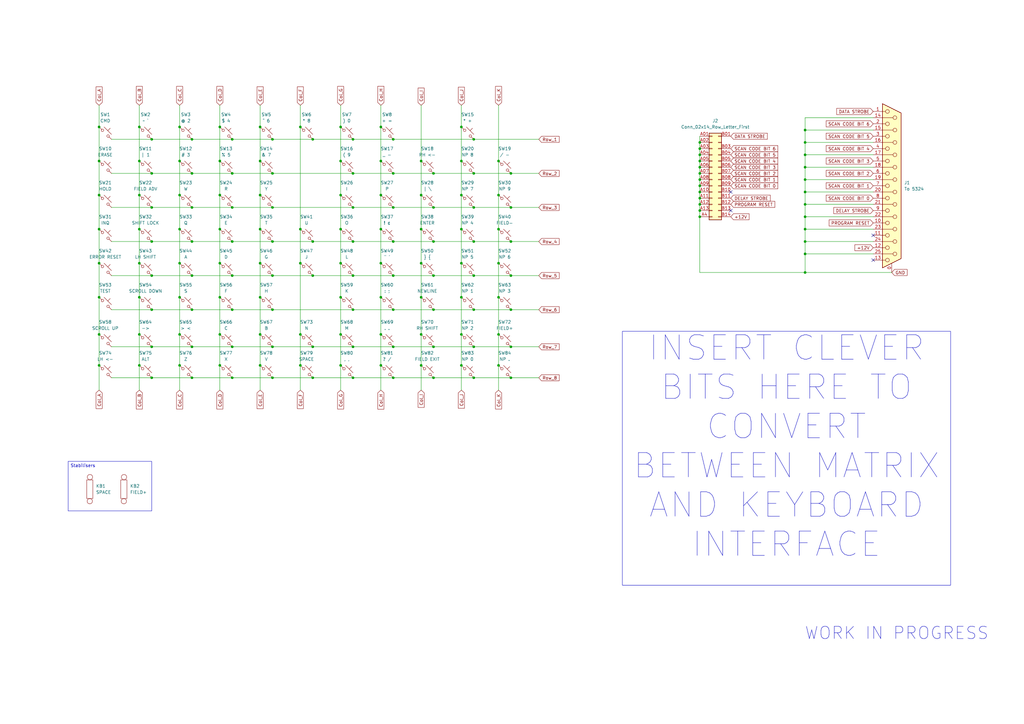
<source format=kicad_sch>
(kicad_sch (version 20250114) (generator "eeschema") (generator_version "9.0")
  (paper "A3")
  (title_block (title "IBM 5324 Keyboard Replacement") (date "26/NOV/2025") (rev "WIP") (company "Brett Hallen") (comment 1 "www.youtube.com/@Brfff"))
  (text "WORK IN PROGRESS" (at 367.792 259.842 0) (effects (font (size 5 5))))
  (text_box "Stabilisers" (at 27.94 189.23 0) (size 34.29 20.32) (margins 0.9525 0.9525 0.9525 0.9525) (effects (font (size 1.27 1.27)) (justify left top)))
  (text_box "INSERT CLEVER BITS HERE TO CONVERT BETWEEN MATRIX AND KEYBOARD INTERFACE" (at 255.27 135.89 0) (size 134.62 104.14) (margins 0.9525 0.9525 0.9525 0.9525) (effects (font (size 10 10)) (justify top)))
  (junction (at 330.2 78.74))
  (junction (at 330.2 99.06))
  (junction (at 209.55 71.12))
  (junction (at 194.31 71.12))
  (junction (at 139.7 80.01))
  (junction (at 73.66 107.95))
  (junction (at 78.74 71.12))
  (junction (at 156.21 107.95))
  (junction (at 194.31 154.94))
  (junction (at 139.7 52.07))
  (junction (at 287.02 88.9))
  (junction (at 123.19 107.95))
  (junction (at 90.17 121.92))
  (junction (at 287.02 78.74))
  (junction (at 189.23 93.98))
  (junction (at 73.66 93.98))
  (junction (at 330.2 88.9))
  (junction (at 78.74 85.09))
  (junction (at 209.55 85.09))
  (junction (at 73.66 149.86))
  (junction (at 287.02 76.2))
  (junction (at 57.15 93.98))
  (junction (at 287.02 86.36))
  (junction (at 95.25 154.94))
  (junction (at 194.31 85.09))
  (junction (at 90.17 80.01))
  (junction (at 330.2 58.42))
  (junction (at 57.15 80.01))
  (junction (at 177.8 154.94))
  (junction (at 204.47 121.92))
  (junction (at 172.72 80.01))
  (junction (at 57.15 52.07))
  (junction (at 172.72 137.16))
  (junction (at 287.02 71.12))
  (junction (at 287.02 63.5))
  (junction (at 73.66 121.92))
  (junction (at 194.31 113.03))
  (junction (at 111.76 99.06))
  (junction (at 95.25 71.12))
  (junction (at 287.02 81.28))
  (junction (at 330.2 83.82))
  (junction (at 161.29 85.09))
  (junction (at 161.29 99.06))
  (junction (at 78.74 113.03))
  (junction (at 73.66 80.01))
  (junction (at 189.23 80.01))
  (junction (at 139.7 149.86))
  (junction (at 177.8 99.06))
  (junction (at 78.74 127))
  (junction (at 204.47 80.01))
  (junction (at 139.7 93.98))
  (junction (at 287.02 68.58))
  (junction (at 106.68 66.04))
  (junction (at 189.23 66.04))
  (junction (at 40.64 52.07))
  (junction (at 161.29 127))
  (junction (at 209.55 99.06))
  (junction (at 123.19 137.16))
  (junction (at 209.55 154.94))
  (junction (at 177.8 71.12))
  (junction (at 128.27 142.24))
  (junction (at 172.72 93.98))
  (junction (at 189.23 137.16))
  (junction (at 330.2 68.58))
  (junction (at 78.74 57.15))
  (junction (at 62.23 154.94))
  (junction (at 172.72 66.04))
  (junction (at 90.17 137.16))
  (junction (at 189.23 52.07))
  (junction (at 177.8 85.09))
  (junction (at 78.74 142.24))
  (junction (at 90.17 107.95))
  (junction (at 62.23 113.03))
  (junction (at 156.21 121.92))
  (junction (at 95.25 57.15))
  (junction (at 161.29 71.12))
  (junction (at 139.7 121.92))
  (junction (at 144.78 71.12))
  (junction (at 62.23 71.12))
  (junction (at 177.8 142.24))
  (junction (at 330.2 93.98))
  (junction (at 106.68 149.86))
  (junction (at 95.25 127))
  (junction (at 111.76 142.24))
  (junction (at 161.29 154.94))
  (junction (at 209.55 142.24))
  (junction (at 111.76 85.09))
  (junction (at 177.8 127))
  (junction (at 161.29 113.03))
  (junction (at 57.15 66.04))
  (junction (at 189.23 149.86))
  (junction (at 189.23 107.95))
  (junction (at 144.78 99.06))
  (junction (at 287.02 60.96))
  (junction (at 172.72 107.95))
  (junction (at 287.02 58.42))
  (junction (at 144.78 142.24))
  (junction (at 287.02 83.82))
  (junction (at 156.21 66.04))
  (junction (at 90.17 149.86))
  (junction (at 139.7 137.16))
  (junction (at 156.21 137.16))
  (junction (at 57.15 137.16))
  (junction (at 161.29 57.15))
  (junction (at 40.64 121.92))
  (junction (at 156.21 93.98))
  (junction (at 62.23 85.09))
  (junction (at 161.29 142.24))
  (junction (at 106.68 121.92))
  (junction (at 330.2 104.14))
  (junction (at 144.78 85.09))
  (junction (at 111.76 113.03))
  (junction (at 78.74 99.06))
  (junction (at 73.66 137.16))
  (junction (at 40.64 137.16))
  (junction (at 106.68 137.16))
  (junction (at 40.64 149.86))
  (junction (at 62.23 142.24))
  (junction (at 73.66 52.07))
  (junction (at 194.31 99.06))
  (junction (at 40.64 107.95))
  (junction (at 189.23 121.92))
  (junction (at 95.25 113.03))
  (junction (at 156.21 80.01))
  (junction (at 123.19 93.98))
  (junction (at 172.72 149.86))
  (junction (at 123.19 52.07))
  (junction (at 194.31 127))
  (junction (at 57.15 107.95))
  (junction (at 57.15 121.92))
  (junction (at 40.64 66.04))
  (junction (at 330.2 111.76))
  (junction (at 204.47 149.86))
  (junction (at 209.55 127))
  (junction (at 144.78 154.94))
  (junction (at 144.78 127))
  (junction (at 144.78 113.03))
  (junction (at 330.2 73.66))
  (junction (at 78.74 154.94))
  (junction (at 111.76 57.15))
  (junction (at 139.7 66.04))
  (junction (at 57.15 149.86))
  (junction (at 128.27 57.15))
  (junction (at 209.55 113.03))
  (junction (at 73.66 66.04))
  (junction (at 156.21 149.86))
  (junction (at 128.27 99.06))
  (junction (at 177.8 113.03))
  (junction (at 95.25 85.09))
  (junction (at 287.02 66.04))
  (junction (at 62.23 127))
  (junction (at 106.68 93.98))
  (junction (at 204.47 66.04))
  (junction (at 111.76 154.94))
  (junction (at 204.47 107.95))
  (junction (at 194.31 57.15))
  (junction (at 62.23 99.06))
  (junction (at 123.19 149.86))
  (junction (at 128.27 154.94))
  (junction (at 172.72 121.92))
  (junction (at 106.68 52.07))
  (junction (at 144.78 57.15))
  (junction (at 204.47 93.98))
  (junction (at 90.17 93.98))
  (junction (at 194.31 142.24))
  (junction (at 156.21 52.07))
  (junction (at 106.68 107.95))
  (junction (at 139.7 107.95))
  (junction (at 128.27 113.03))
  (junction (at 90.17 52.07))
  (junction (at 62.23 57.15))
  (junction (at 111.76 71.12))
  (junction (at 95.25 142.24))
  (junction (at 40.64 93.98))
  (junction (at 95.25 99.06))
  (junction (at 40.64 80.01))
  (junction (at 330.2 53.34))
  (junction (at 204.47 137.16))
  (junction (at 111.76 127))
  (junction (at 106.68 80.01))
  (junction (at 287.02 73.66))
  (junction (at 90.17 66.04))
  (junction (at 330.2 63.5))
  (no_connect (at 299.72 86.36))
  (no_connect (at 299.72 78.74))
  (no_connect (at 358.14 106.68))
  (no_connect (at 358.14 96.52))
  (wire (pts (xy 40.64 66.04) (xy 40.64 80.01)))
  (wire (pts (xy 106.68 66.04) (xy 106.68 80.01)))
  (wire (pts (xy 194.31 142.24) (xy 209.55 142.24)))
  (wire (pts (xy 128.27 154.94) (xy 144.78 154.94)))
  (wire (pts (xy 78.74 85.09) (xy 95.25 85.09)))
  (wire (pts (xy 106.68 137.16) (xy 106.68 149.86)))
  (wire (pts (xy 73.66 107.95) (xy 73.66 121.92)))
  (wire (pts (xy 78.74 127) (xy 95.25 127)))
  (wire (pts (xy 57.15 43.18) (xy 57.15 52.07)))
  (wire (pts (xy 62.23 71.12) (xy 78.74 71.12)))
  (wire (pts (xy 177.8 85.09) (xy 194.31 85.09)))
  (wire (pts (xy 62.23 99.06) (xy 78.74 99.06)))
  (wire (pts (xy 40.64 121.92) (xy 40.64 137.16)))
  (wire (pts (xy 204.47 80.01) (xy 204.47 93.98)))
  (wire (pts (xy 330.2 78.74) (xy 330.2 83.82)))
  (wire (pts (xy 330.2 73.66) (xy 330.2 78.74)))
  (wire (pts (xy 62.23 57.15) (xy 78.74 57.15)))
  (wire (pts (xy 139.7 137.16) (xy 139.7 149.86)))
  (wire (pts (xy 111.76 127) (xy 144.78 127)))
  (wire (pts (xy 40.64 43.18) (xy 40.64 52.07)))
  (wire (pts (xy 78.74 113.03) (xy 95.25 113.03)))
  (wire (pts (xy 161.29 71.12) (xy 177.8 71.12)))
  (wire (pts (xy 287.02 63.5) (xy 287.02 66.04)))
  (wire (pts (xy 330.2 88.9) (xy 358.14 88.9)))
  (wire (pts (xy 287.02 88.9) (xy 287.02 111.76)))
  (wire (pts (xy 287.02 76.2) (xy 287.02 78.74)))
  (wire (pts (xy 40.64 107.95) (xy 40.64 121.92)))
  (wire (pts (xy 73.66 137.16) (xy 73.66 149.86)))
  (wire (pts (xy 139.7 93.98) (xy 139.7 107.95)))
  (wire (pts (xy 330.2 88.9) (xy 330.2 93.98)))
  (wire (pts (xy 73.66 66.04) (xy 73.66 80.01)))
  (wire (pts (xy 194.31 99.06) (xy 209.55 99.06)))
  (wire (pts (xy 204.47 149.86) (xy 204.47 160.02)))
  (wire (pts (xy 139.7 43.18) (xy 139.7 52.07)))
  (wire (pts (xy 62.23 154.94) (xy 78.74 154.94)))
  (wire (pts (xy 95.25 57.15) (xy 111.76 57.15)))
  (wire (pts (xy 161.29 154.94) (xy 177.8 154.94)))
  (wire (pts (xy 330.2 93.98) (xy 330.2 99.06)))
  (wire (pts (xy 358.14 48.26) (xy 330.2 48.26)))
  (wire (pts (xy 156.21 121.92) (xy 156.21 137.16)))
  (wire (pts (xy 287.02 86.36) (xy 287.02 88.9)))
  (wire (pts (xy 156.21 66.04) (xy 156.21 80.01)))
  (wire (pts (xy 172.72 137.16) (xy 172.72 149.86)))
  (wire (pts (xy 172.72 43.18) (xy 172.72 66.04)))
  (wire (pts (xy 40.64 80.01) (xy 40.64 93.98)))
  (wire (pts (xy 330.2 99.06) (xy 358.14 99.06)))
  (wire (pts (xy 73.66 149.86) (xy 73.66 160.02)))
  (wire (pts (xy 111.76 99.06) (xy 128.27 99.06)))
  (wire (pts (xy 177.8 71.12) (xy 194.31 71.12)))
  (wire (pts (xy 189.23 137.16) (xy 189.23 149.86)))
  (wire (pts (xy 330.2 58.42) (xy 330.2 63.5)))
  (wire (pts (xy 144.78 127) (xy 161.29 127)))
  (wire (pts (xy 172.72 107.95) (xy 172.72 121.92)))
  (wire (pts (xy 111.76 85.09) (xy 144.78 85.09)))
  (wire (pts (xy 73.66 43.18) (xy 73.66 52.07)))
  (wire (pts (xy 139.7 149.86) (xy 139.7 160.02)))
  (wire (pts (xy 106.68 149.86) (xy 106.68 160.02)))
  (wire (pts (xy 95.25 154.94) (xy 111.76 154.94)))
  (wire (pts (xy 330.2 48.26) (xy 330.2 53.34)))
  (wire (pts (xy 189.23 66.04) (xy 189.23 80.01)))
  (wire (pts (xy 161.29 127) (xy 177.8 127)))
  (wire (pts (xy 95.25 113.03) (xy 111.76 113.03)))
  (wire (pts (xy 330.2 53.34) (xy 330.2 58.42)))
  (wire (pts (xy 330.2 53.34) (xy 358.14 53.34)))
  (wire (pts (xy 287.02 71.12) (xy 287.02 73.66)))
  (wire (pts (xy 40.64 93.98) (xy 40.64 107.95)))
  (wire (pts (xy 45.72 113.03) (xy 62.23 113.03)))
  (wire (pts (xy 177.8 99.06) (xy 194.31 99.06)))
  (wire (pts (xy 330.2 111.76) (xy 365.76 111.76)))
  (wire (pts (xy 287.02 55.88) (xy 287.02 58.42)))
  (wire (pts (xy 62.23 142.24) (xy 78.74 142.24)))
  (wire (pts (xy 90.17 93.98) (xy 90.17 107.95)))
  (wire (pts (xy 123.19 93.98) (xy 123.19 107.95)))
  (wire (pts (xy 78.74 154.94) (xy 95.25 154.94)))
  (wire (pts (xy 330.2 63.5) (xy 358.14 63.5)))
  (wire (pts (xy 90.17 66.04) (xy 90.17 80.01)))
  (wire (pts (xy 139.7 52.07) (xy 139.7 66.04)))
  (wire (pts (xy 194.31 154.94) (xy 209.55 154.94)))
  (wire (pts (xy 287.02 83.82) (xy 287.02 86.36)))
  (wire (pts (xy 139.7 66.04) (xy 139.7 80.01)))
  (wire (pts (xy 204.47 93.98) (xy 204.47 107.95)))
  (wire (pts (xy 90.17 52.07) (xy 90.17 66.04)))
  (wire (pts (xy 139.7 107.95) (xy 139.7 121.92)))
  (wire (pts (xy 177.8 113.03) (xy 194.31 113.03)))
  (wire (pts (xy 90.17 43.18) (xy 90.17 52.07)))
  (wire (pts (xy 209.55 85.09) (xy 220.98 85.09)))
  (wire (pts (xy 90.17 107.95) (xy 90.17 121.92)))
  (wire (pts (xy 62.23 127) (xy 78.74 127)))
  (wire (pts (xy 45.72 57.15) (xy 62.23 57.15)))
  (wire (pts (xy 106.68 93.98) (xy 106.68 107.95)))
  (wire (pts (xy 57.15 149.86) (xy 57.15 160.02)))
  (wire (pts (xy 45.72 142.24) (xy 62.23 142.24)))
  (wire (pts (xy 62.23 85.09) (xy 78.74 85.09)))
  (wire (pts (xy 95.25 99.06) (xy 111.76 99.06)))
  (wire (pts (xy 177.8 127) (xy 194.31 127)))
  (wire (pts (xy 78.74 71.12) (xy 95.25 71.12)))
  (wire (pts (xy 106.68 107.95) (xy 106.68 121.92)))
  (wire (pts (xy 194.31 127) (xy 209.55 127)))
  (wire (pts (xy 189.23 107.95) (xy 189.23 121.92)))
  (wire (pts (xy 287.02 81.28) (xy 287.02 83.82)))
  (wire (pts (xy 194.31 57.15) (xy 220.98 57.15)))
  (wire (pts (xy 161.29 99.06) (xy 177.8 99.06)))
  (wire (pts (xy 57.15 137.16) (xy 57.15 149.86)))
  (wire (pts (xy 156.21 80.01) (xy 156.21 93.98)))
  (wire (pts (xy 73.66 121.92) (xy 73.66 137.16)))
  (wire (pts (xy 330.2 93.98) (xy 358.14 93.98)))
  (wire (pts (xy 204.47 107.95) (xy 204.47 121.92)))
  (wire (pts (xy 287.02 66.04) (xy 287.02 68.58)))
  (wire (pts (xy 40.64 52.07) (xy 40.64 66.04)))
  (wire (pts (xy 204.47 137.16) (xy 204.47 149.86)))
  (wire (pts (xy 144.78 85.09) (xy 161.29 85.09)))
  (wire (pts (xy 144.78 154.94) (xy 161.29 154.94)))
  (wire (pts (xy 139.7 80.01) (xy 139.7 93.98)))
  (wire (pts (xy 189.23 43.18) (xy 189.23 52.07)))
  (wire (pts (xy 330.2 83.82) (xy 330.2 88.9)))
  (wire (pts (xy 45.72 85.09) (xy 62.23 85.09)))
  (wire (pts (xy 144.78 142.24) (xy 161.29 142.24)))
  (wire (pts (xy 95.25 127) (xy 111.76 127)))
  (wire (pts (xy 95.25 142.24) (xy 111.76 142.24)))
  (wire (pts (xy 209.55 113.03) (xy 220.98 113.03)))
  (wire (pts (xy 123.19 137.16) (xy 123.19 149.86)))
  (wire (pts (xy 57.15 52.07) (xy 57.15 66.04)))
  (wire (pts (xy 57.15 80.01) (xy 57.15 93.98)))
  (wire (pts (xy 57.15 93.98) (xy 57.15 107.95)))
  (wire (pts (xy 144.78 99.06) (xy 161.29 99.06)))
  (wire (pts (xy 111.76 113.03) (xy 128.27 113.03)))
  (wire (pts (xy 161.29 142.24) (xy 177.8 142.24)))
  (wire (pts (xy 172.72 149.86) (xy 172.72 160.02)))
  (wire (pts (xy 111.76 71.12) (xy 144.78 71.12)))
  (wire (pts (xy 330.2 99.06) (xy 330.2 104.14)))
  (wire (pts (xy 194.31 85.09) (xy 209.55 85.09)))
  (wire (pts (xy 287.02 78.74) (xy 287.02 81.28)))
  (wire (pts (xy 330.2 104.14) (xy 330.2 111.76)))
  (wire (pts (xy 78.74 57.15) (xy 95.25 57.15)))
  (wire (pts (xy 128.27 142.24) (xy 144.78 142.24)))
  (wire (pts (xy 287.02 68.58) (xy 287.02 71.12)))
  (wire (pts (xy 330.2 63.5) (xy 330.2 68.58)))
  (wire (pts (xy 156.21 93.98) (xy 156.21 107.95)))
  (wire (pts (xy 204.47 43.18) (xy 204.47 66.04)))
  (wire (pts (xy 45.72 71.12) (xy 62.23 71.12)))
  (wire (pts (xy 209.55 154.94) (xy 220.98 154.94)))
  (wire (pts (xy 111.76 142.24) (xy 128.27 142.24)))
  (wire (pts (xy 209.55 127) (xy 220.98 127)))
  (wire (pts (xy 189.23 149.86) (xy 189.23 160.02)))
  (wire (pts (xy 45.72 154.94) (xy 62.23 154.94)))
  (wire (pts (xy 330.2 104.14) (xy 358.14 104.14)))
  (wire (pts (xy 45.72 99.06) (xy 62.23 99.06)))
  (wire (pts (xy 287.02 58.42) (xy 287.02 60.96)))
  (wire (pts (xy 128.27 99.06) (xy 144.78 99.06)))
  (wire (pts (xy 144.78 113.03) (xy 161.29 113.03)))
  (wire (pts (xy 330.2 73.66) (xy 358.14 73.66)))
  (wire (pts (xy 123.19 52.07) (xy 123.19 93.98)))
  (wire (pts (xy 209.55 71.12) (xy 220.98 71.12)))
  (wire (pts (xy 139.7 121.92) (xy 139.7 137.16)))
  (wire (pts (xy 90.17 80.01) (xy 90.17 93.98)))
  (wire (pts (xy 156.21 107.95) (xy 156.21 121.92)))
  (wire (pts (xy 161.29 57.15) (xy 194.31 57.15)))
  (wire (pts (xy 73.66 93.98) (xy 73.66 107.95)))
  (wire (pts (xy 161.29 85.09) (xy 177.8 85.09)))
  (wire (pts (xy 57.15 121.92) (xy 57.15 137.16)))
  (wire (pts (xy 128.27 113.03) (xy 144.78 113.03)))
  (wire (pts (xy 156.21 43.18) (xy 156.21 52.07)))
  (wire (pts (xy 111.76 57.15) (xy 128.27 57.15)))
  (wire (pts (xy 189.23 121.92) (xy 189.23 137.16)))
  (wire (pts (xy 194.31 71.12) (xy 209.55 71.12)))
  (wire (pts (xy 156.21 149.86) (xy 156.21 160.02)))
  (wire (pts (xy 62.23 113.03) (xy 78.74 113.03)))
  (wire (pts (xy 189.23 80.01) (xy 189.23 93.98)))
  (wire (pts (xy 172.72 121.92) (xy 172.72 137.16)))
  (wire (pts (xy 189.23 93.98) (xy 189.23 107.95)))
  (wire (pts (xy 204.47 66.04) (xy 204.47 80.01)))
  (wire (pts (xy 144.78 57.15) (xy 161.29 57.15)))
  (wire (pts (xy 78.74 99.06) (xy 95.25 99.06)))
  (wire (pts (xy 172.72 66.04) (xy 172.72 80.01)))
  (wire (pts (xy 189.23 52.07) (xy 189.23 66.04)))
  (wire (pts (xy 172.72 93.98) (xy 172.72 107.95)))
  (wire (pts (xy 45.72 127) (xy 62.23 127)))
  (wire (pts (xy 57.15 107.95) (xy 57.15 121.92)))
  (wire (pts (xy 123.19 149.86) (xy 123.19 160.02)))
  (wire (pts (xy 287.02 111.76) (xy 330.2 111.76)))
  (wire (pts (xy 209.55 99.06) (xy 220.98 99.06)))
  (wire (pts (xy 287.02 60.96) (xy 287.02 63.5)))
  (wire (pts (xy 95.25 85.09) (xy 111.76 85.09)))
  (wire (pts (xy 177.8 154.94) (xy 194.31 154.94)))
  (wire (pts (xy 330.2 68.58) (xy 358.14 68.58)))
  (wire (pts (xy 172.72 80.01) (xy 172.72 93.98)))
  (wire (pts (xy 73.66 80.01) (xy 73.66 93.98)))
  (wire (pts (xy 90.17 149.86) (xy 90.17 160.02)))
  (wire (pts (xy 57.15 66.04) (xy 57.15 80.01)))
  (wire (pts (xy 144.78 71.12) (xy 161.29 71.12)))
  (wire (pts (xy 161.29 113.03) (xy 177.8 113.03)))
  (wire (pts (xy 40.64 137.16) (xy 40.64 149.86)))
  (wire (pts (xy 78.74 142.24) (xy 95.25 142.24)))
  (wire (pts (xy 106.68 43.18) (xy 106.68 52.07)))
  (wire (pts (xy 123.19 43.18) (xy 123.19 52.07)))
  (wire (pts (xy 90.17 137.16) (xy 90.17 149.86)))
  (wire (pts (xy 209.55 142.24) (xy 220.98 142.24)))
  (wire (pts (xy 40.64 149.86) (xy 40.64 160.02)))
  (wire (pts (xy 111.76 154.94) (xy 128.27 154.94)))
  (wire (pts (xy 194.31 113.03) (xy 209.55 113.03)))
  (wire (pts (xy 90.17 121.92) (xy 90.17 137.16)))
  (wire (pts (xy 156.21 137.16) (xy 156.21 149.86)))
  (wire (pts (xy 128.27 57.15) (xy 144.78 57.15)))
  (wire (pts (xy 73.66 52.07) (xy 73.66 66.04)))
  (wire (pts (xy 106.68 80.01) (xy 106.68 93.98)))
  (wire (pts (xy 330.2 58.42) (xy 358.14 58.42)))
  (wire (pts (xy 106.68 121.92) (xy 106.68 137.16)))
  (wire (pts (xy 156.21 52.07) (xy 156.21 66.04)))
  (wire (pts (xy 95.25 71.12) (xy 111.76 71.12)))
  (wire (pts (xy 330.2 78.74) (xy 358.14 78.74)))
  (wire (pts (xy 106.68 52.07) (xy 106.68 66.04)))
  (wire (pts (xy 177.8 142.24) (xy 194.31 142.24)))
  (wire (pts (xy 204.47 121.92) (xy 204.47 137.16)))
  (wire (pts (xy 330.2 83.82) (xy 358.14 83.82)))
  (wire (pts (xy 287.02 73.66) (xy 287.02 76.2)))
  (wire (pts (xy 330.2 68.58) (xy 330.2 73.66)))
  (wire (pts (xy 123.19 107.95) (xy 123.19 137.16)))
  (global_label "Col_A" (shape input) (at 40.64 43.18 90) (property "Intersheetrefs" "${INTERSHEET_REFS}" (effects (hide yes))))
  (global_label "Col_H" (shape input) (at 156.21 160.02 270) (property "Intersheetrefs" "${INTERSHEET_REFS}" (effects (hide yes))))
  (global_label "Col_B" (shape input) (at 57.15 43.18 90) (property "Intersheetrefs" "${INTERSHEET_REFS}" (effects (hide yes))))
  (global_label "Col_F" (shape input) (at 123.19 43.18 90) (property "Intersheetrefs" "${INTERSHEET_REFS}" (effects (hide yes))))
  (global_label "SCAN CODE BIT 0" (shape input) (at 299.72 76.2 0) (property "Intersheetrefs" "${INTERSHEET_REFS}" (effects (hide yes))))
  (global_label "SCAN CODE BIT 4" (shape input) (at 358.14 60.96 180) (property "Intersheetrefs" "${INTERSHEET_REFS}" (effects (hide yes))))
  (global_label "SCAN CODE BIT 6" (shape input) (at 358.14 50.8 180) (property "Intersheetrefs" "${INTERSHEET_REFS}" (effects (hide yes))))
  (global_label "+12V" (shape input) (at 358.14 101.6 180) (property "Intersheetrefs" "${INTERSHEET_REFS}" (effects (hide yes))))
  (global_label "Col_I" (shape input) (at 172.72 43.18 90) (property "Intersheetrefs" "${INTERSHEET_REFS}" (effects (hide yes))))
  (global_label "Col_A" (shape input) (at 40.64 160.02 270) (property "Intersheetrefs" "${INTERSHEET_REFS}" (effects (hide yes))))
  (global_label "Col_B" (shape input) (at 57.15 160.02 270) (property "Intersheetrefs" "${INTERSHEET_REFS}" (effects (hide yes))))
  (global_label "SCAN CODE BIT 4" (shape input) (at 299.72 66.04 0) (property "Intersheetrefs" "${INTERSHEET_REFS}" (effects (hide yes))))
  (global_label "SCAN CODE BIT 6" (shape input) (at 299.72 60.96 0) (property "Intersheetrefs" "${INTERSHEET_REFS}" (effects (hide yes))))
  (global_label "Col_K" (shape input) (at 204.47 43.18 90) (property "Intersheetrefs" "${INTERSHEET_REFS}" (effects (hide yes))))
  (global_label "Row_5" (shape input) (at 220.98 113.03 0) (property "Intersheetrefs" "${INTERSHEET_REFS}" (effects (hide yes))))
  (global_label "DATA STROBE" (shape input) (at 299.72 55.88 0) (property "Intersheetrefs" "${INTERSHEET_REFS}" (effects (hide yes))))
  (global_label "DELAY STROBE" (shape input) (at 358.14 86.36 180) (property "Intersheetrefs" "${INTERSHEET_REFS}" (effects (hide yes))))
  (global_label "Row_3" (shape input) (at 220.98 85.09 0) (property "Intersheetrefs" "${INTERSHEET_REFS}" (effects (hide yes))))
  (global_label "Col_D" (shape input) (at 90.17 160.02 270) (property "Intersheetrefs" "${INTERSHEET_REFS}" (effects (hide yes))))
  (global_label "PROGRAM RESET" (shape input) (at 358.14 91.44 180) (property "Intersheetrefs" "${INTERSHEET_REFS}" (effects (hide yes))))
  (global_label "GND" (shape input) (at 365.76 111.76 0) (property "Intersheetrefs" "${INTERSHEET_REFS}" (effects (hide yes))))
  (global_label "Col_C" (shape input) (at 73.66 43.18 90) (property "Intersheetrefs" "${INTERSHEET_REFS}" (effects (hide yes))))
  (global_label "SCAN CODE BIT 1" (shape input) (at 358.14 76.2 180) (property "Intersheetrefs" "${INTERSHEET_REFS}" (effects (hide yes))))
  (global_label "SCAN CODE BIT 5" (shape input) (at 358.14 55.88 180) (property "Intersheetrefs" "${INTERSHEET_REFS}" (effects (hide yes))))
  (global_label "SCAN CODE BIT 2" (shape input) (at 299.72 71.12 0) (property "Intersheetrefs" "${INTERSHEET_REFS}" (effects (hide yes))))
  (global_label "+12V" (shape input) (at 299.72 88.9 0) (property "Intersheetrefs" "${INTERSHEET_REFS}" (effects (hide yes))))
  (global_label "Row_6" (shape input) (at 220.98 127 0) (property "Intersheetrefs" "${INTERSHEET_REFS}" (effects (hide yes))))
  (global_label "SCAN CODE BIT 2" (shape input) (at 358.14 71.12 180) (property "Intersheetrefs" "${INTERSHEET_REFS}" (effects (hide yes))))
  (global_label "SCAN CODE BIT 5" (shape input) (at 299.72 63.5 0) (property "Intersheetrefs" "${INTERSHEET_REFS}" (effects (hide yes))))
  (global_label "SCAN CODE BIT 3" (shape input) (at 358.14 66.04 180) (property "Intersheetrefs" "${INTERSHEET_REFS}" (effects (hide yes))))
  (global_label "Col_J" (shape input) (at 189.23 160.02 270) (property "Intersheetrefs" "${INTERSHEET_REFS}" (effects (hide yes))))
  (global_label "Row_2" (shape input) (at 220.98 71.12 0) (property "Intersheetrefs" "${INTERSHEET_REFS}" (effects (hide yes))))
  (global_label "Col_F" (shape input) (at 123.19 160.02 270) (property "Intersheetrefs" "${INTERSHEET_REFS}" (effects (hide yes))))
  (global_label "SCAN CODE BIT 0" (shape input) (at 358.14 81.28 180) (property "Intersheetrefs" "${INTERSHEET_REFS}" (effects (hide yes))))
  (global_label "DELAY STROBE" (shape input) (at 299.72 81.28 0) (property "Intersheetrefs" "${INTERSHEET_REFS}" (effects (hide yes))))
  (global_label "Row_7" (shape input) (at 220.98 142.24 0) (property "Intersheetrefs" "${INTERSHEET_REFS}" (effects (hide yes))))
  (global_label "SCAN CODE BIT 1" (shape input) (at 299.72 73.66 0) (property "Intersheetrefs" "${INTERSHEET_REFS}" (effects (hide yes))))
  (global_label "Col_E" (shape input) (at 106.68 160.02 270) (property "Intersheetrefs" "${INTERSHEET_REFS}" (effects (hide yes))))
  (global_label "Col_D" (shape input) (at 90.17 43.18 90) (property "Intersheetrefs" "${INTERSHEET_REFS}" (effects (hide yes))))
  (global_label "Row_4" (shape input) (at 220.98 99.06 0) (property "Intersheetrefs" "${INTERSHEET_REFS}" (effects (hide yes))))
  (global_label "Col_E" (shape input) (at 106.68 43.18 90) (property "Intersheetrefs" "${INTERSHEET_REFS}" (effects (hide yes))))
  (global_label "Col_G" (shape input) (at 139.7 43.18 90) (property "Intersheetrefs" "${INTERSHEET_REFS}" (effects (hide yes))))
  (global_label "Row_1" (shape input) (at 220.98 57.15 0) (property "Intersheetrefs" "${INTERSHEET_REFS}" (effects (hide yes))))
  (global_label "Col_J" (shape input) (at 189.23 43.18 90) (property "Intersheetrefs" "${INTERSHEET_REFS}" (effects (hide yes))))
  (global_label "SCAN CODE BIT 3" (shape input) (at 299.72 68.58 0) (property "Intersheetrefs" "${INTERSHEET_REFS}" (effects (hide yes))))
  (global_label "Col_I" (shape input) (at 172.72 160.02 270) (property "Intersheetrefs" "${INTERSHEET_REFS}" (effects (hide yes))))
  (global_label "Col_G" (shape input) (at 139.7 160.02 270) (property "Intersheetrefs" "${INTERSHEET_REFS}" (effects (hide yes))))
  (global_label "Row_8" (shape input) (at 220.98 154.94 0) (property "Intersheetrefs" "${INTERSHEET_REFS}" (effects (hide yes))))
  (global_label "PROGRAM RESET" (shape input) (at 299.72 83.82 0) (property "Intersheetrefs" "${INTERSHEET_REFS}" (effects (hide yes))))
  (global_label "Col_K" (shape input) (at 204.47 160.02 270) (property "Intersheetrefs" "${INTERSHEET_REFS}" (effects (hide yes))))
  (global_label "DATA STROBE" (shape input) (at 358.14 45.72 180) (property "Intersheetrefs" "${INTERSHEET_REFS}" (effects (hide yes))))
  (global_label "Col_H" (shape input) (at 156.21 43.18 90) (property "Intersheetrefs" "${INTERSHEET_REFS}" (effects (hide yes))))
  (global_label "Col_C" (shape input) (at 73.66 160.02 270) (property "Intersheetrefs" "${INTERSHEET_REFS}" (effects (hide yes))))
  (symbol (lib_id "Switch:SW_Push_45deg") (at 92.71 124.46 0) (unit 1)
    (property "Reference" "SW56" (at 92.71 116.84 0))
    (property "Value" "F" (at 92.71 119.38 0))
    (property "Footprint" "PCM_Switch_Keyboard_Cherry_MX:SW_Cherry_MX_PCB" (effects (hide yes)))
    (property "Description" "Push button switch, normally open, two pins, 45° tilted" (effects (hide yes)))
  )
  (symbol (lib_id "Switch:SW_Push_45deg") (at 59.69 68.58 0) (unit 1)
    (property "Reference" "SW11" (at 59.69 60.96 0))
    (property "Value" "| 1" (at 59.69 63.5 0))
    (property "Footprint" "PCM_Switch_Keyboard_Cherry_MX:SW_Cherry_MX_PCB" (effects (hide yes)))
    (property "Description" "Push button switch, normally open, two pins, 45° tilted" (effects (hide yes)))
  )
  (symbol (lib_id "Switch:SW_Push_45deg") (at 191.77 54.61 0) (unit 1)
    (property "Reference" "SW15" (at 191.77 46.99 0))
    (property "Value" "* +" (at 191.77 49.53 0))
    (property "Footprint" "PCM_Switch_Keyboard_Cherry_MX:SW_Cherry_MX_PCB_1.75u" (effects (hide yes)))
    (property "Description" "Push button switch, normally open, two pins, 45° tilted" (effects (hide yes)))
  )
  (symbol (lib_id "Switch:SW_Push_45deg") (at 207.01 152.4 0) (unit 1)
    (property "Reference" "SW84" (at 207.01 144.78 0))
    (property "Value" "NP ." (at 207.01 147.32 0))
    (property "Footprint" "PCM_Switch_Keyboard_Cherry_MX:SW_Cherry_MX_PCB_2.00u" (effects (hide yes)))
    (property "Description" "Push button switch, normally open, two pins, 45° tilted" (effects (hide yes)))
  )
  (symbol (lib_id "Switch:SW_Push_45deg") (at 43.18 110.49 0) (unit 1)
    (property "Reference" "SW42" (at 43.18 102.87 0))
    (property "Value" "ERROR RESET" (at 43.18 105.41 0))
    (property "Footprint" "PCM_Switch_Keyboard_Cherry_MX:SW_Cherry_MX_PCB" (effects (hide yes)))
    (property "Description" "Push button switch, normally open, two pins, 45° tilted" (effects (hide yes)))
  )
  (symbol (lib_id "Switch:SW_Push_45deg") (at 59.69 124.46 0) (unit 1)
    (property "Reference" "SW54" (at 59.69 116.84 0))
    (property "Value" "SCROLL DOWN" (at 59.69 119.38 0))
    (property "Footprint" "PCM_Switch_Keyboard_Cherry_MX:SW_Cherry_MX_PCB" (effects (hide yes)))
    (property "Description" "Push button switch, normally open, two pins, 45° tilted" (effects (hide yes)))
  )
  (symbol (lib_id "Switch:SW_Push_45deg") (at 191.77 152.4 0) (unit 1)
    (property "Reference" "SW83" (at 191.77 144.78 0))
    (property "Value" "NP 0" (at 191.77 147.32 0))
    (property "Footprint" "PCM_Switch_Keyboard_Cherry_MX:SW_Cherry_MX_PCB_2.00u" (effects (hide yes)))
    (property "Description" "Push button switch, normally open, two pins, 45° tilted" (effects (hide yes)))
  )
  (symbol (lib_id "Switch:SW_Push_45deg") (at 158.75 152.4 0) (unit 1)
    (property "Reference" "SW81" (at 158.75 144.78 0))
    (property "Value" "? /" (at 158.75 147.32 0))
    (property "Footprint" "PCM_Switch_Keyboard_Cherry_MX:SW_Cherry_MX_PCB" (effects (hide yes)))
    (property "Description" "Push button switch, normally open, two pins, 45° tilted" (effects (hide yes)))
  )
  (symbol (lib_id "Switch:SW_Push_45deg") (at 125.73 54.61 0) (unit 1)
    (property "Reference" "SW6" (at 125.73 46.99 0))
    (property "Value" "* 8" (at 125.73 49.53 0))
    (property "Footprint" "PCM_Switch_Keyboard_Cherry_MX:SW_Cherry_MX_PCB" (effects (hide yes)))
    (property "Description" "Push button switch, normally open, two pins, 45° tilted" (effects (hide yes)))
  )
  (symbol (lib_id "Switch:SW_Push_45deg") (at 92.71 82.55 0) (unit 1)
    (property "Reference" "SW24" (at 92.71 74.93 0))
    (property "Value" "R" (at 92.71 77.47 0))
    (property "Footprint" "PCM_Switch_Keyboard_Cherry_MX:SW_Cherry_MX_PCB" (effects (hide yes)))
    (property "Description" "Push button switch, normally open, two pins, 45° tilted" (effects (hide yes)))
  )
  (symbol (lib_id "Switch:SW_Push_45deg") (at 207.01 139.7 0) (unit 1)
    (property "Reference" "SW72" (at 207.01 132.08 0))
    (property "Value" "FIELD+" (at 207.01 134.62 0))
    (property "Footprint" "PCM_Switch_Keyboard_Cherry_MX:SW_Cherry_MX_PCB_3.00u_90deg" (effects (hide yes)))
    (property "Description" "Push button switch, normally open, two pins, 45° tilted" (effects (hide yes)))
  )
  (symbol (lib_id "Switch:SW_Push_45deg") (at 109.22 152.4 0) (unit 1)
    (property "Reference" "SW78" (at 109.22 144.78 0))
    (property "Value" "V" (at 109.22 147.32 0))
    (property "Footprint" "PCM_Switch_Keyboard_Cherry_MX:SW_Cherry_MX_PCB" (effects (hide yes)))
    (property "Description" "Push button switch, normally open, two pins, 45° tilted" (effects (hide yes)))
  )
  (symbol (lib_id "Clueless_Engineer:Stabiliser") (at 52.07 199.39 0) (unit 1)
    (property "Reference" "KB2" (at 53.34 199.3543 0) (effects (justify left)))
    (property "Value" "FIELD+" (at 53.34 201.8943 0) (effects (justify left)))
    (property "Footprint" "PCM_Mounting_Keyboard_Stabilizer:Stabilizer_Cherry_MX_3.00u" (effects (hide yes)))
  )
  (symbol (lib_id "Switch:SW_Push_45deg") (at 59.69 82.55 0) (unit 1)
    (property "Reference" "SW22" (at 59.69 74.93 0))
    (property "Value" "FIELD ADV" (at 59.69 77.47 0))
    (property "Footprint" "PCM_Switch_Keyboard_Cherry_MX:SW_Cherry_MX_PCB_1.50u" (effects (hide yes)))
    (property "Description" "Push button switch, normally open, two pins, 45° tilted" (effects (hide yes)))
  )
  (symbol (lib_id "Switch:SW_Push_45deg") (at 207.01 110.49 0) (unit 1)
    (property "Reference" "SW52" (at 207.01 102.87 0))
    (property "Value" "NP 6" (at 207.01 105.41 0))
    (property "Footprint" "PCM_Switch_Keyboard_Cherry_MX:SW_Cherry_MX_PCB" (effects (hide yes)))
    (property "Description" "Push button switch, normally open, two pins, 45° tilted" (effects (hide yes)))
  )
  (symbol (lib_id "Switch:SW_Push_45deg") (at 59.69 96.52 0) (unit 1)
    (property "Reference" "SW32" (at 59.69 88.9 0))
    (property "Value" "SHIFT LOCK" (at 59.69 91.44 0))
    (property "Footprint" "PCM_Switch_Keyboard_Cherry_MX:SW_Cherry_MX_PCB_1.75u" (effects (hide yes)))
    (property "Description" "Push button switch, normally open, two pins, 45° tilted" (effects (hide yes)))
  )
  (symbol (lib_id "Switch:SW_Push_45deg") (at 92.71 152.4 0) (unit 1)
    (property "Reference" "SW77" (at 92.71 144.78 0))
    (property "Value" "X" (at 92.71 147.32 0))
    (property "Footprint" "PCM_Switch_Keyboard_Cherry_MX:SW_Cherry_MX_PCB" (effects (hide yes)))
    (property "Description" "Push button switch, normally open, two pins, 45° tilted" (effects (hide yes)))
  )
  (symbol (lib_id "Switch:SW_Push_45deg") (at 191.77 110.49 0) (unit 1)
    (property "Reference" "SW51" (at 191.77 102.87 0))
    (property "Value" "NP 5" (at 191.77 105.41 0))
    (property "Footprint" "PCM_Switch_Keyboard_Cherry_MX:SW_Cherry_MX_PCB" (effects (hide yes)))
    (property "Description" "Push button switch, normally open, two pins, 45° tilted" (effects (hide yes)))
  )
  (symbol (lib_id "Switch:SW_Push_45deg") (at 142.24 110.49 0) (unit 1)
    (property "Reference" "SW48" (at 142.24 102.87 0))
    (property "Value" "L" (at 142.24 105.41 0))
    (property "Footprint" "PCM_Switch_Keyboard_Cherry_MX:SW_Cherry_MX_PCB" (effects (hide yes)))
    (property "Description" "Push button switch, normally open, two pins, 45° tilted" (effects (hide yes)))
  )
  (symbol (lib_id "Switch:SW_Push_45deg") (at 76.2 152.4 0) (unit 1)
    (property "Reference" "SW76" (at 76.2 144.78 0))
    (property "Value" "Z" (at 76.2 147.32 0))
    (property "Footprint" "PCM_Switch_Keyboard_Cherry_MX:SW_Cherry_MX_PCB" (effects (hide yes)))
    (property "Description" "Push button switch, normally open, two pins, 45° tilted" (effects (hide yes)))
  )
  (symbol (lib_id "Switch:SW_Push_45deg") (at 175.26 139.7 0) (unit 1)
    (property "Reference" "SW70" (at 175.26 132.08 0))
    (property "Value" "RH SHIFT" (at 175.26 134.62 0))
    (property "Footprint" "PCM_Switch_Keyboard_Cherry_MX:SW_Cherry_MX_PCB_1.50u" (effects (hide yes)))
    (property "Description" "Push button switch, normally open, two pins, 45° tilted" (effects (hide yes)))
  )
  (symbol (lib_id "Switch:SW_Push_45deg") (at 207.01 82.55 0) (unit 1)
    (property "Reference" "SW30" (at 207.01 74.93 0))
    (property "Value" "NP 9" (at 207.01 77.47 0))
    (property "Footprint" "PCM_Switch_Keyboard_Cherry_MX:SW_Cherry_MX_PCB" (effects (hide yes)))
    (property "Description" "Push button switch, normally open, two pins, 45° tilted" (effects (hide yes)))
  )
  (symbol (lib_id "Switch:SW_Push_45deg") (at 175.26 96.52 0) (unit 1)
    (property "Reference" "SW38" (at 175.26 88.9 0))
    (property "Value" "ENTER" (at 175.26 91.44 0))
    (property "Footprint" "PCM_Switch_Keyboard_Cherry_MX:SW_Cherry_MX_PCB_2.00u_90deg" (effects (hide yes)))
    (property "Description" "Push button switch, normally open, two pins, 45° tilted" (effects (hide yes)))
  )
  (symbol (lib_id "Switch:SW_Push_45deg") (at 125.73 96.52 0) (unit 1)
    (property "Reference" "SW41" (at 125.73 88.9 0))
    (property "Value" "U" (at 125.73 91.44 0))
    (property "Footprint" "PCM_Switch_Keyboard_Cherry_MX:SW_Cherry_MX_PCB" (effects (hide yes)))
    (property "Description" "Push button switch, normally open, two pins, 45° tilted" (effects (hide yes)))
  )
  (symbol (lib_id "Switch:SW_Push_45deg") (at 59.69 152.4 0) (unit 1)
    (property "Reference" "SW75" (at 59.69 144.78 0))
    (property "Value" "ALT" (at 59.69 147.32 0))
    (property "Footprint" "PCM_Switch_Keyboard_Cherry_MX:SW_Cherry_MX_PCB_2.25u" (effects (hide yes)))
    (property "Description" "Push button switch, normally open, two pins, 45° tilted" (effects (hide yes)))
  )
  (symbol (lib_id "Switch:SW_Push_45deg") (at 92.71 68.58 0) (unit 1)
    (property "Reference" "SW13" (at 92.71 60.96 0))
    (property "Value" "% 5" (at 92.71 63.5 0))
    (property "Footprint" "PCM_Switch_Keyboard_Cherry_MX:SW_Cherry_MX_PCB" (effects (hide yes)))
    (property "Description" "Push button switch, normally open, two pins, 45° tilted" (effects (hide yes)))
  )
  (symbol (lib_id "Switch:SW_Push_45deg") (at 125.73 139.7 0) (unit 1)
    (property "Reference" "SW73" (at 125.73 132.08 0))
    (property "Value" "N" (at 125.73 134.62 0))
    (property "Footprint" "PCM_Switch_Keyboard_Cherry_MX:SW_Cherry_MX_PCB" (effects (hide yes)))
    (property "Description" "Push button switch, normally open, two pins, 45° tilted" (effects (hide yes)))
  )
  (symbol (lib_id "Connector_Generic:Conn_02x14_Row_Letter_First") (at 292.1 71.12 0) (unit 1)
    (property "Reference" "J2" (at 293.37 49.53 0))
    (property "Value" "Conn_02x14_Row_Letter_First" (at 293.37 52.07 0))
    (property "Footprint" "Connector_PinHeader_2.54mm:PinHeader_2x14_P2.54mm_Vertical" (effects (hide yes)))
    (property "Description" "Generic connector, double row, 02x14, row letter first pin numbering scheme (pin number consists of a letter for the row and a number for the pin index in this row. a1, ..., aN; b1, ..., bN), script generated (kicad-library-utils/schlib/autogen/connector/)" (effects (hide yes)))
  )
  (symbol (lib_id "Switch:SW_Push_45deg") (at 158.75 82.55 0) (unit 1)
    (property "Reference" "SW27" (at 158.75 74.93 0))
    (property "Value" "P" (at 158.75 77.47 0))
    (property "Footprint" "PCM_Switch_Keyboard_Cherry_MX:SW_Cherry_MX_PCB" (effects (hide yes)))
    (property "Description" "Push button switch, normally open, two pins, 45° tilted" (effects (hide yes)))
  )
  (symbol (lib_id "Switch:SW_Push_45deg") (at 158.75 110.49 0) (unit 1)
    (property "Reference" "SW49" (at 158.75 102.87 0))
    (property "Value" "\" '" (at 158.75 105.41 0))
    (property "Footprint" "PCM_Switch_Keyboard_Cherry_MX:SW_Cherry_MX_PCB" (effects (hide yes)))
    (property "Description" "Push button switch, normally open, two pins, 45° tilted" (effects (hide yes)))
  )
  (symbol (lib_id "Switch:SW_Push_45deg") (at 59.69 54.61 0) (unit 1)
    (property "Reference" "SW2" (at 59.69 46.99 0))
    (property "Value" "~ `" (at 59.69 49.53 0))
    (property "Footprint" "PCM_Switch_Keyboard_Cherry_MX:SW_Cherry_MX_PCB" (effects (hide yes)))
    (property "Description" "Push button switch, normally open, two pins, 45° tilted" (effects (hide yes)))
  )
  (symbol (lib_id "Switch:SW_Push_45deg") (at 175.26 124.46 0) (unit 1)
    (property "Reference" "SW61" (at 175.26 116.84 0))
    (property "Value" "NEWLINE" (at 175.26 119.38 0))
    (property "Footprint" "PCM_Switch_Keyboard_Cherry_MX:SW_Cherry_MX_PCB" (effects (hide yes)))
    (property "Description" "Push button switch, normally open, two pins, 45° tilted" (effects (hide yes)))
  )
  (symbol (lib_id "Switch:SW_Push_45deg") (at 109.22 68.58 0) (unit 1)
    (property "Reference" "SW14" (at 109.22 60.96 0))
    (property "Value" "& 7" (at 109.22 63.5 0))
    (property "Footprint" "PCM_Switch_Keyboard_Cherry_MX:SW_Cherry_MX_PCB" (effects (hide yes)))
    (property "Description" "Push button switch, normally open, two pins, 45° tilted" (effects (hide yes)))
  )
  (symbol (lib_id "Switch:SW_Push_45deg") (at 109.22 96.52 0) (unit 1)
    (property "Reference" "SW35" (at 109.22 88.9 0))
    (property "Value" "T" (at 109.22 91.44 0))
    (property "Footprint" "PCM_Switch_Keyboard_Cherry_MX:SW_Cherry_MX_PCB" (effects (hide yes)))
    (property "Description" "Push button switch, normally open, two pins, 45° tilted" (effects (hide yes)))
  )
  (symbol (lib_id "Switch:SW_Push_45deg") (at 76.2 54.61 0) (unit 1)
    (property "Reference" "SW3" (at 76.2 46.99 0))
    (property "Value" "@ 2" (at 76.2 49.53 0))
    (property "Footprint" "PCM_Switch_Keyboard_Cherry_MX:SW_Cherry_MX_PCB" (effects (hide yes)))
    (property "Description" "Push button switch, normally open, two pins, 45° tilted" (effects (hide yes)))
  )
  (symbol (lib_id "Switch:SW_Push_45deg") (at 142.24 96.52 0) (unit 1)
    (property "Reference" "SW36" (at 142.24 88.9 0))
    (property "Value" "O" (at 142.24 91.44 0))
    (property "Footprint" "PCM_Switch_Keyboard_Cherry_MX:SW_Cherry_MX_PCB" (effects (hide yes)))
    (property "Description" "Push button switch, normally open, two pins, 45° tilted" (effects (hide yes)))
  )
  (symbol (lib_id "Switch:SW_Push_45deg") (at 43.18 152.4 0) (unit 1)
    (property "Reference" "SW74" (at 43.18 144.78 0))
    (property "Value" "LH <-" (at 43.18 147.32 0))
    (property "Footprint" "PCM_Switch_Keyboard_Cherry_MX:SW_Cherry_MX_PCB" (effects (hide yes)))
    (property "Description" "Push button switch, normally open, two pins, 45° tilted" (effects (hide yes)))
  )
  (symbol (lib_id "Switch:SW_Push_45deg") (at 175.26 152.4 0) (unit 1)
    (property "Reference" "SW82" (at 175.26 144.78 0))
    (property "Value" "FIELD EXIT" (at 175.26 147.32 0))
    (property "Footprint" "PCM_Switch_Keyboard_Cherry_MX:SW_Cherry_MX_PCB_2.00u" (effects (hide yes)))
    (property "Description" "Push button switch, normally open, two pins, 45° tilted" (effects (hide yes)))
  )
  (symbol (lib_id "Connector:DB25_Socket_MountingHoles") (at 365.76 76.2 0) (unit 1)
    (property "Reference" "J1" (at 370.84 74.9299 0) (effects (justify left)))
    (property "Value" "To 5324" (at 370.84 77.4699 0) (effects (justify left)))
    (property "Footprint" "Clueless_Engineer:L77SDB25SA4CH4F" (effects (hide yes)))
    (property "Description" "25-pin D-SUB connector, socket (female), Mounting Hole" (effects (hide yes)))
  )
  (symbol (lib_id "Switch:SW_Push_45deg") (at 175.26 82.55 0) (unit 1)
    (property "Reference" "SW28" (at 175.26 74.93 0))
    (property "Value" "| \\" (at 175.26 77.47 0))
    (property "Footprint" "PCM_Switch_Keyboard_Cherry_MX:SW_Cherry_MX_PCB" (effects (hide yes)))
    (property "Description" "Push button switch, normally open, two pins, 45° tilted" (effects (hide yes)))
  )
  (symbol (lib_id "Switch:SW_Push_45deg") (at 92.71 96.52 0) (unit 1)
    (property "Reference" "SW34" (at 92.71 88.9 0))
    (property "Value" "E" (at 92.71 91.44 0))
    (property "Footprint" "PCM_Switch_Keyboard_Cherry_MX:SW_Cherry_MX_PCB" (effects (hide yes)))
    (property "Description" "Push button switch, normally open, two pins, 45° tilted" (effects (hide yes)))
  )
  (symbol (lib_id "Switch:SW_Push_45deg") (at 158.75 139.7 0) (unit 1)
    (property "Reference" "SW69" (at 158.75 132.08 0))
    (property "Value" ". ." (at 158.75 134.62 0))
    (property "Footprint" "PCM_Switch_Keyboard_Cherry_MX:SW_Cherry_MX_PCB" (effects (hide yes)))
    (property "Description" "Push button switch, normally open, two pins, 45° tilted" (effects (hide yes)))
  )
  (symbol (lib_id "Switch:SW_Push_45deg") (at 76.2 110.49 0) (unit 1)
    (property "Reference" "SW44" (at 76.2 102.87 0))
    (property "Value" "A" (at 76.2 105.41 0))
    (property "Footprint" "PCM_Switch_Keyboard_Cherry_MX:SW_Cherry_MX_PCB" (effects (hide yes)))
    (property "Description" "Push button switch, normally open, two pins, 45° tilted" (effects (hide yes)))
  )
  (symbol (lib_id "Switch:SW_Push_45deg") (at 92.71 139.7 0) (unit 1)
    (property "Reference" "SW66" (at 92.71 132.08 0))
    (property "Value" "C" (at 92.71 134.62 0))
    (property "Footprint" "PCM_Switch_Keyboard_Cherry_MX:SW_Cherry_MX_PCB" (effects (hide yes)))
    (property "Description" "Push button switch, normally open, two pins, 45° tilted" (effects (hide yes)))
  )
  (symbol (lib_id "Switch:SW_Push_45deg") (at 125.73 110.49 0) (unit 1)
    (property "Reference" "SW47" (at 125.73 102.87 0))
    (property "Value" "J" (at 125.73 105.41 0))
    (property "Footprint" "PCM_Switch_Keyboard_Cherry_MX:SW_Cherry_MX_PCB" (effects (hide yes)))
    (property "Description" "Push button switch, normally open, two pins, 45° tilted" (effects (hide yes)))
  )
  (symbol (lib_id "Switch:SW_Push_45deg") (at 191.77 139.7 0) (unit 1)
    (property "Reference" "SW71" (at 191.77 132.08 0))
    (property "Value" "NP 2" (at 191.77 134.62 0))
    (property "Footprint" "PCM_Switch_Keyboard_Cherry_MX:SW_Cherry_MX_PCB" (effects (hide yes)))
    (property "Description" "Push button switch, normally open, two pins, 45° tilted" (effects (hide yes)))
  )
  (symbol (lib_id "Switch:SW_Push_45deg") (at 191.77 68.58 0) (unit 1)
    (property "Reference" "SW20" (at 191.77 60.96 0))
    (property "Value" "NP 8" (at 191.77 63.5 0))
    (property "Footprint" "PCM_Switch_Keyboard_Cherry_MX:SW_Cherry_MX_PCB" (effects (hide yes)))
    (property "Description" "Push button switch, normally open, two pins, 45° tilted" (effects (hide yes)))
  )
  (symbol (lib_id "Switch:SW_Push_45deg") (at 59.69 139.7 0) (unit 1)
    (property "Reference" "SW64" (at 59.69 132.08 0))
    (property "Value" "->" (at 59.69 134.62 0))
    (property "Footprint" "PCM_Switch_Keyboard_Cherry_MX:SW_Cherry_MX_PCB" (effects (hide yes)))
    (property "Description" "Push button switch, normally open, two pins, 45° tilted" (effects (hide yes)))
  )
  (symbol (lib_id "Switch:SW_Push_45deg") (at 191.77 124.46 0) (unit 1)
    (property "Reference" "SW62" (at 191.77 116.84 0))
    (property "Value" "NP 1" (at 191.77 119.38 0))
    (property "Footprint" "PCM_Switch_Keyboard_Cherry_MX:SW_Cherry_MX_PCB" (effects (hide yes)))
    (property "Description" "Push button switch, normally open, two pins, 45° tilted" (effects (hide yes)))
  )
  (symbol (lib_id "Switch:SW_Push_45deg") (at 43.18 54.61 0) (unit 1)
    (property "Reference" "SW1" (at 43.18 46.99 0))
    (property "Value" "CMD" (at 43.18 49.53 0))
    (property "Footprint" "PCM_Switch_Keyboard_Cherry_MX:SW_Cherry_MX_PCB" (effects (hide yes)))
    (property "Description" "Push button switch, normally open, two pins, 45° tilted" (effects (hide yes)))
  )
  (symbol (lib_id "Switch:SW_Push_45deg") (at 109.22 110.49 0) (unit 1)
    (property "Reference" "SW46" (at 109.22 102.87 0))
    (property "Value" "G" (at 109.22 105.41 0))
    (property "Footprint" "PCM_Switch_Keyboard_Cherry_MX:SW_Cherry_MX_PCB" (effects (hide yes)))
    (property "Description" "Push button switch, normally open, two pins, 45° tilted" (effects (hide yes)))
  )
  (symbol (lib_id "Switch:SW_Push_45deg") (at 109.22 82.55 0) (unit 1)
    (property "Reference" "SW25" (at 109.22 74.93 0))
    (property "Value" "Y" (at 109.22 77.47 0))
    (property "Footprint" "PCM_Switch_Keyboard_Cherry_MX:SW_Cherry_MX_PCB" (effects (hide yes)))
    (property "Description" "Push button switch, normally open, two pins, 45° tilted" (effects (hide yes)))
  )
  (symbol (lib_id "Switch:SW_Push_45deg") (at 142.24 124.46 0) (unit 1)
    (property "Reference" "SW59" (at 142.24 116.84 0))
    (property "Value" "K" (at 142.24 119.38 0))
    (property "Footprint" "PCM_Switch_Keyboard_Cherry_MX:SW_Cherry_MX_PCB" (effects (hide yes)))
    (property "Description" "Push button switch, normally open, two pins, 45° tilted" (effects (hide yes)))
  )
  (symbol (lib_id "Switch:SW_Push_45deg") (at 76.2 82.55 0) (unit 1)
    (property "Reference" "SW23" (at 76.2 74.93 0))
    (property "Value" "W" (at 76.2 77.47 0))
    (property "Footprint" "PCM_Switch_Keyboard_Cherry_MX:SW_Cherry_MX_PCB" (effects (hide yes)))
    (property "Description" "Push button switch, normally open, two pins, 45° tilted" (effects (hide yes)))
  )
  (symbol (lib_id "Switch:SW_Push_45deg") (at 109.22 124.46 0) (unit 1)
    (property "Reference" "SW57" (at 109.22 116.84 0))
    (property "Value" "H" (at 109.22 119.38 0))
    (property "Footprint" "PCM_Switch_Keyboard_Cherry_MX:SW_Cherry_MX_PCB" (effects (hide yes)))
    (property "Description" "Push button switch, normally open, two pins, 45° tilted" (effects (hide yes)))
  )
  (symbol (lib_id "Switch:SW_Push_45deg") (at 175.26 110.49 0) (unit 1)
    (property "Reference" "SW50" (at 175.26 102.87 0))
    (property "Value" "} {" (at 175.26 105.41 0))
    (property "Footprint" "PCM_Switch_Keyboard_Cherry_MX:SW_Cherry_MX_PCB" (effects (hide yes)))
    (property "Description" "Push button switch, normally open, two pins, 45° tilted" (effects (hide yes)))
  )
  (symbol (lib_id "Switch:SW_Push_45deg") (at 158.75 54.61 0) (unit 1)
    (property "Reference" "SW8" (at 158.75 46.99 0))
    (property "Value" "+ =" (at 158.75 49.53 0))
    (property "Footprint" "PCM_Switch_Keyboard_Cherry_MX:SW_Cherry_MX_PCB" (effects (hide yes)))
    (property "Description" "Push button switch, normally open, two pins, 45° tilted" (effects (hide yes)))
  )
  (symbol (lib_id "Switch:SW_Push_45deg") (at 191.77 82.55 0) (unit 1)
    (property "Reference" "SW29" (at 191.77 74.93 0))
    (property "Value" "NP 7" (at 191.77 77.47 0))
    (property "Footprint" "PCM_Switch_Keyboard_Cherry_MX:SW_Cherry_MX_PCB" (effects (hide yes)))
    (property "Description" "Push button switch, normally open, two pins, 45° tilted" (effects (hide yes)))
  )
  (symbol (lib_id "Switch:SW_Push_45deg") (at 92.71 110.49 0) (unit 1)
    (property "Reference" "SW45" (at 92.71 102.87 0))
    (property "Value" "D" (at 92.71 105.41 0))
    (property "Footprint" "PCM_Switch_Keyboard_Cherry_MX:SW_Cherry_MX_PCB" (effects (hide yes)))
    (property "Description" "Push button switch, normally open, two pins, 45° tilted" (effects (hide yes)))
  )
  (symbol (lib_id "Switch:SW_Push_45deg") (at 207.01 68.58 0) (unit 1)
    (property "Reference" "SW19" (at 207.01 60.96 0))
    (property "Value" "/ -" (at 207.01 63.5 0))
    (property "Footprint" "PCM_Switch_Keyboard_Cherry_MX:SW_Cherry_MX_PCB_1.75u" (effects (hide yes)))
    (property "Description" "Push button switch, normally open, two pins, 45° tilted" (effects (hide yes)))
  )
  (symbol (lib_id "Switch:SW_Push_45deg") (at 76.2 124.46 0) (unit 1)
    (property "Reference" "SW55" (at 76.2 116.84 0))
    (property "Value" "S" (at 76.2 119.38 0))
    (property "Footprint" "PCM_Switch_Keyboard_Cherry_MX:SW_Cherry_MX_PCB" (effects (hide yes)))
    (property "Description" "Push button switch, normally open, two pins, 45° tilted" (effects (hide yes)))
  )
  (symbol (lib_id "Switch:SW_Push_45deg") (at 142.24 68.58 0) (unit 1)
    (property "Reference" "SW16" (at 142.24 60.96 0))
    (property "Value" "( 9" (at 142.24 63.5 0))
    (property "Footprint" "PCM_Switch_Keyboard_Cherry_MX:SW_Cherry_MX_PCB" (effects (hide yes)))
    (property "Description" "Push button switch, normally open, two pins, 45° tilted" (effects (hide yes)))
  )
  (symbol (lib_id "Switch:SW_Push_45deg") (at 158.75 124.46 0) (unit 1)
    (property "Reference" "SW60" (at 158.75 116.84 0))
    (property "Value" ": ;" (at 158.75 119.38 0))
    (property "Footprint" "PCM_Switch_Keyboard_Cherry_MX:SW_Cherry_MX_PCB" (effects (hide yes)))
    (property "Description" "Push button switch, normally open, two pins, 45° tilted" (effects (hide yes)))
  )
  (symbol (lib_id "Switch:SW_Push_45deg") (at 142.24 82.55 0) (unit 1)
    (property "Reference" "SW26" (at 142.24 74.93 0))
    (property "Value" "I" (at 142.24 77.47 0))
    (property "Footprint" "PCM_Switch_Keyboard_Cherry_MX:SW_Cherry_MX_PCB" (effects (hide yes)))
    (property "Description" "Push button switch, normally open, two pins, 45° tilted" (effects (hide yes)))
  )
  (symbol (lib_id "Clueless_Engineer:Stabiliser") (at 38.1 199.39 0) (unit 1)
    (property "Reference" "KB1" (at 39.37 199.3543 0) (effects (justify left)))
    (property "Value" "SPACE" (at 39.37 201.8943 0) (effects (justify left)))
    (property "Footprint" "PCM_Mounting_Keyboard_Stabilizer:Stabilizer_Cherry_MX_8.00u" (effects (hide yes)))
  )
  (symbol (lib_id "Switch:SW_Push_45deg") (at 76.2 96.52 0) (unit 1)
    (property "Reference" "SW33" (at 76.2 88.9 0))
    (property "Value" "Q" (at 76.2 91.44 0))
    (property "Footprint" "PCM_Switch_Keyboard_Cherry_MX:SW_Cherry_MX_PCB" (effects (hide yes)))
    (property "Description" "Push button switch, normally open, two pins, 45° tilted" (effects (hide yes)))
  )
  (symbol (lib_id "Switch:SW_Push_45deg") (at 142.24 139.7 0) (unit 1)
    (property "Reference" "SW68" (at 142.24 132.08 0))
    (property "Value" "M" (at 142.24 134.62 0))
    (property "Footprint" "PCM_Switch_Keyboard_Cherry_MX:SW_Cherry_MX_PCB" (effects (hide yes)))
    (property "Description" "Push button switch, normally open, two pins, 45° tilted" (effects (hide yes)))
  )
  (symbol (lib_id "Switch:SW_Push_45deg") (at 43.18 139.7 0) (unit 1)
    (property "Reference" "SW58" (at 43.18 132.08 0))
    (property "Value" "SCROLL UP" (at 43.18 134.62 0))
    (property "Footprint" "PCM_Switch_Keyboard_Cherry_MX:SW_Cherry_MX_PCB" (effects (hide yes)))
    (property "Description" "Push button switch, normally open, two pins, 45° tilted" (effects (hide yes)))
  )
  (symbol (lib_id "Switch:SW_Push_45deg") (at 158.75 96.52 0) (unit 1)
    (property "Reference" "SW37" (at 158.75 88.9 0))
    (property "Value" "! ¢" (at 158.75 91.44 0))
    (property "Footprint" "PCM_Switch_Keyboard_Cherry_MX:SW_Cherry_MX_PCB" (effects (hide yes)))
    (property "Description" "Push button switch, normally open, two pins, 45° tilted" (effects (hide yes)))
  )
  (symbol (lib_id "Switch:SW_Push_45deg") (at 125.73 152.4 0) (unit 1)
    (property "Reference" "SW79" (at 125.73 144.78 0))
    (property "Value" "SPACE" (at 125.73 147.32 0))
    (property "Footprint" "PCM_Switch_Keyboard_Cherry_MX:SW_Cherry_MX_PCB" (effects (hide yes)))
    (property "Description" "Push button switch, normally open, two pins, 45° tilted" (effects (hide yes)))
  )
  (symbol (lib_id "Switch:SW_Push_45deg") (at 92.71 54.61 0) (unit 1)
    (property "Reference" "SW4" (at 92.71 46.99 0))
    (property "Value" "$ 4" (at 92.71 49.53 0))
    (property "Footprint" "PCM_Switch_Keyboard_Cherry_MX:SW_Cherry_MX_PCB" (effects (hide yes)))
    (property "Description" "Push button switch, normally open, two pins, 45° tilted" (effects (hide yes)))
  )
  (symbol (lib_id "Switch:SW_Push_45deg") (at 109.22 139.7 0) (unit 1)
    (property "Reference" "SW67" (at 109.22 132.08 0))
    (property "Value" "B" (at 109.22 134.62 0))
    (property "Footprint" "PCM_Switch_Keyboard_Cherry_MX:SW_Cherry_MX_PCB" (effects (hide yes)))
    (property "Description" "Push button switch, normally open, two pins, 45° tilted" (effects (hide yes)))
  )
  (symbol (lib_id "Switch:SW_Push_45deg") (at 76.2 139.7 0) (unit 1)
    (property "Reference" "SW65" (at 76.2 132.08 0))
    (property "Value" "> <" (at 76.2 134.62 0))
    (property "Footprint" "PCM_Switch_Keyboard_Cherry_MX:SW_Cherry_MX_PCB_1.00u" (effects (hide yes)))
    (property "Description" "Push button switch, normally open, two pins, 45° tilted" (effects (hide yes)))
  )
  (symbol (lib_id "Switch:SW_Push_45deg") (at 43.18 96.52 0) (unit 1)
    (property "Reference" "SW31" (at 43.18 88.9 0))
    (property "Value" "INQ" (at 43.18 91.44 0))
    (property "Footprint" "PCM_Switch_Keyboard_Cherry_MX:SW_Cherry_MX_PCB" (effects (hide yes)))
    (property "Description" "Push button switch, normally open, two pins, 45° tilted" (effects (hide yes)))
  )
  (symbol (lib_id "Switch:SW_Push_45deg") (at 191.77 96.52 0) (unit 1)
    (property "Reference" "SW39" (at 191.77 88.9 0))
    (property "Value" "NP 4" (at 191.77 91.44 0))
    (property "Footprint" "PCM_Switch_Keyboard_Cherry_MX:SW_Cherry_MX_PCB" (effects (hide yes)))
    (property "Description" "Push button switch, normally open, two pins, 45° tilted" (effects (hide yes)))
  )
  (symbol (lib_id "Switch:SW_Push_45deg") (at 207.01 96.52 0) (unit 1)
    (property "Reference" "SW40" (at 207.01 88.9 0))
    (property "Value" "FIELD-" (at 207.01 91.44 0))
    (property "Footprint" "PCM_Switch_Keyboard_Cherry_MX:SW_Cherry_MX_PCB" (effects (hide yes)))
    (property "Description" "Push button switch, normally open, two pins, 45° tilted" (effects (hide yes)))
  )
  (symbol (lib_id "Switch:SW_Push_45deg") (at 59.69 110.49 0) (unit 1)
    (property "Reference" "SW43" (at 59.69 102.87 0))
    (property "Value" "LH SHIFT" (at 59.69 105.41 0))
    (property "Footprint" "PCM_Switch_Keyboard_Cherry_MX:SW_Cherry_MX_PCB_1.25u" (effects (hide yes)))
    (property "Description" "Push button switch, normally open, two pins, 45° tilted" (effects (hide yes)))
  )
  (symbol (lib_id "Switch:SW_Push_45deg") (at 76.2 68.58 0) (unit 1)
    (property "Reference" "SW12" (at 76.2 60.96 0))
    (property "Value" "# 3" (at 76.2 63.5 0))
    (property "Footprint" "PCM_Switch_Keyboard_Cherry_MX:SW_Cherry_MX_PCB" (effects (hide yes)))
    (property "Description" "Push button switch, normally open, two pins, 45° tilted" (effects (hide yes)))
  )
  (symbol (lib_id "Switch:SW_Push_45deg") (at 142.24 152.4 0) (unit 1)
    (property "Reference" "SW80" (at 142.24 144.78 0))
    (property "Value" ", ," (at 142.24 147.32 0))
    (property "Footprint" "PCM_Switch_Keyboard_Cherry_MX:SW_Cherry_MX_PCB" (effects (hide yes)))
    (property "Description" "Push button switch, normally open, two pins, 45° tilted" (effects (hide yes)))
  )
  (symbol (lib_id "Switch:SW_Push_45deg") (at 207.01 124.46 0) (unit 1)
    (property "Reference" "SW63" (at 207.01 116.84 0))
    (property "Value" "NP 3" (at 207.01 119.38 0))
    (property "Footprint" "PCM_Switch_Keyboard_Cherry_MX:SW_Cherry_MX_PCB" (effects (hide yes)))
    (property "Description" "Push button switch, normally open, two pins, 45° tilted" (effects (hide yes)))
  )
  (symbol (lib_id "Switch:SW_Push_45deg") (at 158.75 68.58 0) (unit 1)
    (property "Reference" "SW17" (at 158.75 60.96 0))
    (property "Value" "_ -" (at 158.75 63.5 0))
    (property "Footprint" "PCM_Switch_Keyboard_Cherry_MX:SW_Cherry_MX_PCB" (effects (hide yes)))
    (property "Description" "Push button switch, normally open, two pins, 45° tilted" (effects (hide yes)))
  )
  (symbol (lib_id "Switch:SW_Push_45deg") (at 43.18 124.46 0) (unit 1)
    (property "Reference" "SW53" (at 43.18 116.84 0))
    (property "Value" "TEST" (at 43.18 119.38 0))
    (property "Footprint" "PCM_Switch_Keyboard_Cherry_MX:SW_Cherry_MX_PCB" (effects (hide yes)))
    (property "Description" "Push button switch, normally open, two pins, 45° tilted" (effects (hide yes)))
  )
  (symbol (lib_id "Switch:SW_Push_45deg") (at 109.22 54.61 0) (unit 1)
    (property "Reference" "SW5" (at 109.22 46.99 0))
    (property "Value" "^ 6" (at 109.22 49.53 0))
    (property "Footprint" "PCM_Switch_Keyboard_Cherry_MX:SW_Cherry_MX_PCB" (effects (hide yes)))
    (property "Description" "Push button switch, normally open, two pins, 45° tilted" (effects (hide yes)))
  )
  (symbol (lib_id "Switch:SW_Push_45deg") (at 175.26 68.58 0) (unit 1)
    (property "Reference" "SW18" (at 175.26 60.96 0))
    (property "Value" "RH <-" (at 175.26 63.5 0))
    (property "Footprint" "PCM_Switch_Keyboard_Cherry_MX:SW_Cherry_MX_PCB" (effects (hide yes)))
    (property "Description" "Push button switch, normally open, two pins, 45° tilted" (effects (hide yes)))
  )
  (symbol (lib_id "Switch:SW_Push_45deg") (at 43.18 68.58 0) (unit 1)
    (property "Reference" "SW10" (at 43.18 60.96 0))
    (property "Value" "ERASE" (at 43.18 63.5 0))
    (property "Footprint" "PCM_Switch_Keyboard_Cherry_MX:SW_Cherry_MX_PCB" (effects (hide yes)))
    (property "Description" "Push button switch, normally open, two pins, 45° tilted" (effects (hide yes)))
  )
  (symbol (lib_id "Switch:SW_Push_45deg") (at 43.18 82.55 0) (unit 1)
    (property "Reference" "SW21" (at 43.18 74.93 0))
    (property "Value" "HOLD" (at 43.18 77.47 0))
    (property "Footprint" "PCM_Switch_Keyboard_Cherry_MX:SW_Cherry_MX_PCB" (effects (hide yes)))
    (property "Description" "Push button switch, normally open, two pins, 45° tilted" (effects (hide yes)))
  )
  (symbol (lib_id "Switch:SW_Push_45deg") (at 142.24 54.61 0) (unit 1)
    (property "Reference" "SW7" (at 142.24 46.99 0))
    (property "Value" ") 0" (at 142.24 49.53 0))
    (property "Footprint" "PCM_Switch_Keyboard_Cherry_MX:SW_Cherry_MX_PCB" (effects (hide yes)))
    (property "Description" "Push button switch, normally open, two pins, 45° tilted" (effects (hide yes)))
  )
)
</source>
